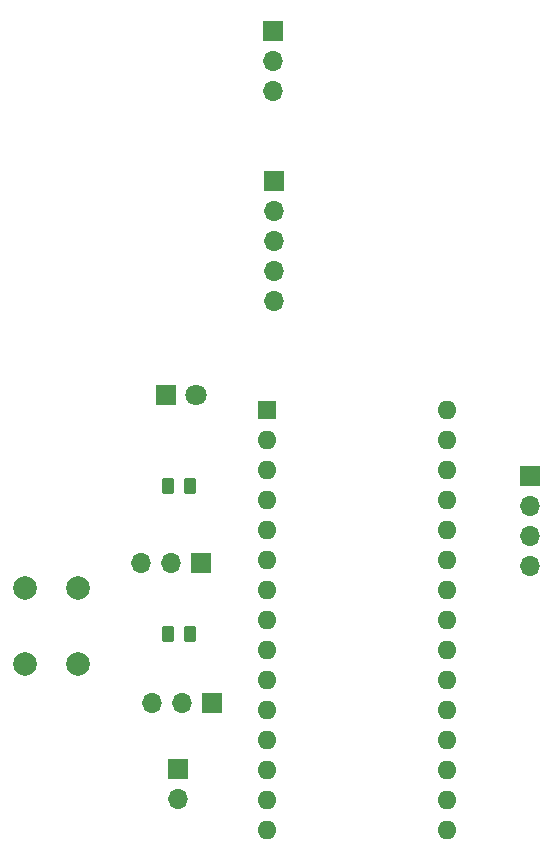
<source format=gbr>
%TF.GenerationSoftware,KiCad,Pcbnew,8.0.8*%
%TF.CreationDate,2025-06-02T22:50:19+02:00*%
%TF.ProjectId,autoZalivanje,6175746f-5a61-46c6-9976-616e6a652e6b,rev?*%
%TF.SameCoordinates,Original*%
%TF.FileFunction,Soldermask,Top*%
%TF.FilePolarity,Negative*%
%FSLAX46Y46*%
G04 Gerber Fmt 4.6, Leading zero omitted, Abs format (unit mm)*
G04 Created by KiCad (PCBNEW 8.0.8) date 2025-06-02 22:50:19*
%MOMM*%
%LPD*%
G01*
G04 APERTURE LIST*
G04 Aperture macros list*
%AMRoundRect*
0 Rectangle with rounded corners*
0 $1 Rounding radius*
0 $2 $3 $4 $5 $6 $7 $8 $9 X,Y pos of 4 corners*
0 Add a 4 corners polygon primitive as box body*
4,1,4,$2,$3,$4,$5,$6,$7,$8,$9,$2,$3,0*
0 Add four circle primitives for the rounded corners*
1,1,$1+$1,$2,$3*
1,1,$1+$1,$4,$5*
1,1,$1+$1,$6,$7*
1,1,$1+$1,$8,$9*
0 Add four rect primitives between the rounded corners*
20,1,$1+$1,$2,$3,$4,$5,0*
20,1,$1+$1,$4,$5,$6,$7,0*
20,1,$1+$1,$6,$7,$8,$9,0*
20,1,$1+$1,$8,$9,$2,$3,0*%
G04 Aperture macros list end*
%ADD10RoundRect,0.250000X0.262500X0.450000X-0.262500X0.450000X-0.262500X-0.450000X0.262500X-0.450000X0*%
%ADD11RoundRect,0.250000X-0.262500X-0.450000X0.262500X-0.450000X0.262500X0.450000X-0.262500X0.450000X0*%
%ADD12C,2.000000*%
%ADD13O,1.700000X1.700000*%
%ADD14R,1.700000X1.700000*%
%ADD15R,1.800000X1.800000*%
%ADD16C,1.800000*%
%ADD17R,1.600000X1.600000*%
%ADD18O,1.600000X1.600000*%
G04 APERTURE END LIST*
D10*
%TO.C,R1*%
X121500000Y-100500000D03*
X119675000Y-100500000D03*
%TD*%
D11*
%TO.C,R2*%
X119675000Y-88000000D03*
X121500000Y-88000000D03*
%TD*%
D12*
%TO.C,SW1*%
X112050000Y-96600000D03*
X112050000Y-103100000D03*
X107550000Y-96600000D03*
X107550000Y-103100000D03*
%TD*%
D13*
%TO.C,J6*%
X128575000Y-54525000D03*
X128575000Y-51985000D03*
D14*
X128575000Y-49445000D03*
%TD*%
%TO.C,J5*%
X123350000Y-106350000D03*
D13*
X120810000Y-106350000D03*
X118270000Y-106350000D03*
%TD*%
D14*
%TO.C,J4*%
X120500000Y-111950000D03*
D13*
X120500000Y-114490000D03*
%TD*%
D14*
%TO.C,J3*%
X122475000Y-94500000D03*
D13*
X119935000Y-94500000D03*
X117395000Y-94500000D03*
%TD*%
D14*
%TO.C,J2*%
X128650000Y-62135000D03*
D13*
X128650000Y-64675000D03*
X128650000Y-67215000D03*
X128650000Y-69755000D03*
X128650000Y-72295000D03*
%TD*%
D14*
%TO.C,J1*%
X150325000Y-87125000D03*
D13*
X150325000Y-89665000D03*
X150325000Y-92205000D03*
X150325000Y-94745000D03*
%TD*%
D15*
%TO.C,D1*%
X119510000Y-80250000D03*
D16*
X122050000Y-80250000D03*
%TD*%
D17*
%TO.C,A1*%
X128070000Y-81560000D03*
D18*
X128070000Y-84100000D03*
X128070000Y-86640000D03*
X128070000Y-89180000D03*
X128070000Y-91720000D03*
X128070000Y-94260000D03*
X128070000Y-96800000D03*
X128070000Y-99340000D03*
X128070000Y-101880000D03*
X128070000Y-104420000D03*
X128070000Y-106960000D03*
X128070000Y-109500000D03*
X128070000Y-112040000D03*
X128070000Y-114580000D03*
X128070000Y-117120000D03*
X143310000Y-117120000D03*
X143310000Y-114580000D03*
X143310000Y-112040000D03*
X143310000Y-109500000D03*
X143310000Y-106960000D03*
X143310000Y-104420000D03*
X143310000Y-101880000D03*
X143310000Y-99340000D03*
X143310000Y-96800000D03*
X143310000Y-94260000D03*
X143310000Y-91720000D03*
X143310000Y-89180000D03*
X143310000Y-86640000D03*
X143310000Y-84100000D03*
X143310000Y-81560000D03*
%TD*%
M02*

</source>
